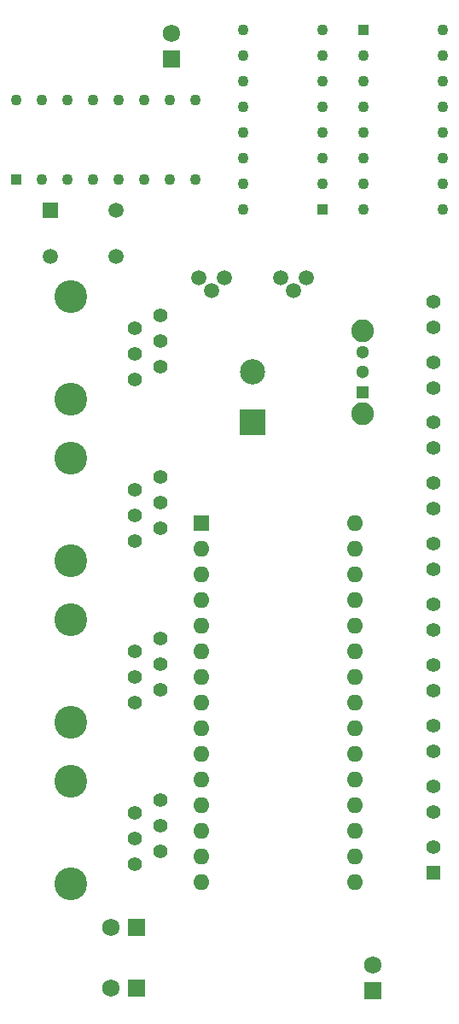
<source format=gbr>
%TF.GenerationSoftware,KiCad,Pcbnew,8.0.6*%
%TF.CreationDate,2025-03-26T20:42:54-04:00*%
%TF.ProjectId,buzzCatcher,62757a7a-4361-4746-9368-65722e6b6963,rev?*%
%TF.SameCoordinates,Original*%
%TF.FileFunction,Soldermask,Bot*%
%TF.FilePolarity,Negative*%
%FSLAX46Y46*%
G04 Gerber Fmt 4.6, Leading zero omitted, Abs format (unit mm)*
G04 Created by KiCad (PCBNEW 8.0.6) date 2025-03-26 20:42:54*
%MOMM*%
%LPD*%
G01*
G04 APERTURE LIST*
%ADD10C,3.250000*%
%ADD11C,1.400000*%
%ADD12C,1.500000*%
%ADD13R,1.725000X1.725000*%
%ADD14C,1.725000*%
%ADD15R,1.600000X1.600000*%
%ADD16O,1.600000X1.600000*%
%ADD17R,1.088000X1.088000*%
%ADD18C,1.088000*%
%ADD19R,1.300000X1.300000*%
%ADD20C,1.300000*%
%ADD21C,2.250000*%
%ADD22R,2.500000X2.500000*%
%ADD23C,2.500000*%
%ADD24R,1.416000X1.416000*%
%ADD25C,1.416000*%
%ADD26R,1.500000X1.500000*%
G04 APERTURE END LIST*
D10*
%TO.C,J1*%
X61999999Y-77500000D03*
X61999999Y-87660000D03*
D11*
X70889999Y-79405000D03*
X68349999Y-80675000D03*
X70889999Y-81945000D03*
X68349999Y-83215000D03*
X70889999Y-84485000D03*
X68349999Y-85755000D03*
%TD*%
D12*
%TO.C,Q1*%
X77270000Y-75615999D03*
X76000000Y-76915999D03*
X74730000Y-75615999D03*
%TD*%
%TO.C,Q2*%
X85357667Y-75615999D03*
X84087667Y-76915999D03*
X82817667Y-75615999D03*
%TD*%
D13*
%TO.C,J19*%
X91999998Y-146290004D03*
D14*
X92000000Y-143750000D03*
%TD*%
D15*
%TO.C,A1*%
X75000000Y-99920000D03*
D16*
X75000000Y-102460000D03*
X75000000Y-105000000D03*
X75000000Y-107540000D03*
X75000000Y-110080000D03*
X75000000Y-112620000D03*
X75000000Y-115160000D03*
X75000000Y-117700000D03*
X75000000Y-120240000D03*
X75000000Y-122780000D03*
X75000000Y-125320000D03*
X75000000Y-127860000D03*
X75000000Y-130400000D03*
X75000000Y-132940000D03*
X75000000Y-135480000D03*
X90240000Y-135480000D03*
X90240000Y-132940000D03*
X90240000Y-130400000D03*
X90240000Y-127860000D03*
X90240000Y-125320000D03*
X90240000Y-122780000D03*
X90240000Y-120240000D03*
X90240000Y-117700000D03*
X90240000Y-115160000D03*
X90240000Y-112620000D03*
X90240000Y-110080000D03*
X90240000Y-107540000D03*
X90240000Y-105000000D03*
X90240000Y-102460000D03*
X90240000Y-99920000D03*
%TD*%
D17*
%TO.C,R1*%
X91065002Y-51109999D03*
D18*
X91065000Y-53650000D03*
X91064998Y-56190002D03*
X91065001Y-58730000D03*
X91065000Y-61270001D03*
X91065005Y-63810003D03*
X91065000Y-66350000D03*
X91065000Y-68890000D03*
X98934998Y-68890001D03*
X98935000Y-66350000D03*
X98935002Y-63809998D03*
X98934999Y-61270000D03*
X98935000Y-58729999D03*
X98934995Y-56189997D03*
X98935000Y-53650000D03*
X98935000Y-51110000D03*
%TD*%
D17*
%TO.C,RN2*%
X56610001Y-65934997D03*
D18*
X59150000Y-65935000D03*
X61690002Y-65935002D03*
X64229999Y-65935000D03*
X66770001Y-65935000D03*
X69310002Y-65935001D03*
X71850000Y-65935000D03*
X74390000Y-65935000D03*
X74389999Y-58065003D03*
X71850000Y-58065000D03*
X69309998Y-58064998D03*
X66770001Y-58065000D03*
X64229999Y-58065000D03*
X61689998Y-58064999D03*
X59150000Y-58065000D03*
X56610000Y-58065000D03*
%TD*%
D10*
%TO.C,J2*%
X61999999Y-93500000D03*
X61999999Y-103660000D03*
D11*
X70889999Y-95405000D03*
X68349999Y-96675000D03*
X70889999Y-97945000D03*
X68349999Y-99215000D03*
X70889999Y-100485000D03*
X68349999Y-101755000D03*
%TD*%
D13*
%TO.C,J18*%
X68540001Y-146000001D03*
D14*
X66000000Y-146000000D03*
%TD*%
D10*
%TO.C,J3*%
X61999999Y-109500000D03*
X61999999Y-119660000D03*
D11*
X70889999Y-111405000D03*
X68349999Y-112675000D03*
X70889999Y-113945000D03*
X68349999Y-115215000D03*
X70889999Y-116485000D03*
X68349999Y-117755000D03*
%TD*%
D19*
%TO.C,S1*%
X91000000Y-87000000D03*
D20*
X91000000Y-85000000D03*
X91000000Y-83000000D03*
D21*
X91000000Y-89100000D03*
X91000000Y-80900000D03*
%TD*%
D13*
%TO.C,J20*%
X72000000Y-54000000D03*
D14*
X72000002Y-51459996D03*
%TD*%
D22*
%TO.C,LS1*%
X80000000Y-90000000D03*
D23*
X80000000Y-85000000D03*
%TD*%
D24*
%TO.C,LED9*%
X98000000Y-134540000D03*
D25*
X98000000Y-132000000D03*
X98000000Y-128540000D03*
X98000000Y-126000000D03*
X98000000Y-122540000D03*
X98000000Y-120000000D03*
X98000000Y-116540000D03*
X98000000Y-114000000D03*
X98000000Y-110540000D03*
X98000000Y-108000000D03*
X98000000Y-104540000D03*
X98000000Y-102000000D03*
X98000000Y-98540000D03*
X98000000Y-96000000D03*
X98000000Y-92540000D03*
X98000000Y-90000000D03*
X98000000Y-86540000D03*
X98000000Y-84000000D03*
X98000000Y-80540000D03*
X98000000Y-78000000D03*
%TD*%
D17*
%TO.C,R2*%
X87000000Y-68890000D03*
D18*
X87000000Y-66350000D03*
X87000001Y-63809998D03*
X87000000Y-61269999D03*
X87000000Y-58729999D03*
X86999999Y-56189999D03*
X87000000Y-53650000D03*
X87000000Y-51110000D03*
X79130000Y-51110000D03*
X79130000Y-53650000D03*
X79129999Y-56190002D03*
X79130000Y-58730001D03*
X79130000Y-61270001D03*
X79130001Y-63810001D03*
X79130000Y-66350000D03*
X79130000Y-68890000D03*
%TD*%
D10*
%TO.C,J4*%
X62000000Y-125500000D03*
X62000000Y-135660000D03*
D11*
X70890000Y-127405000D03*
X68350000Y-128675000D03*
X70890000Y-129945000D03*
X68350000Y-131215000D03*
X70890000Y-132485000D03*
X68350000Y-133755000D03*
%TD*%
D26*
%TO.C,IC1*%
X60000000Y-69000000D03*
D12*
X66500000Y-69000000D03*
X60000000Y-73500000D03*
X66500000Y-73500000D03*
%TD*%
D13*
%TO.C,J17*%
X68540001Y-140000001D03*
D14*
X66000000Y-140000000D03*
%TD*%
M02*

</source>
